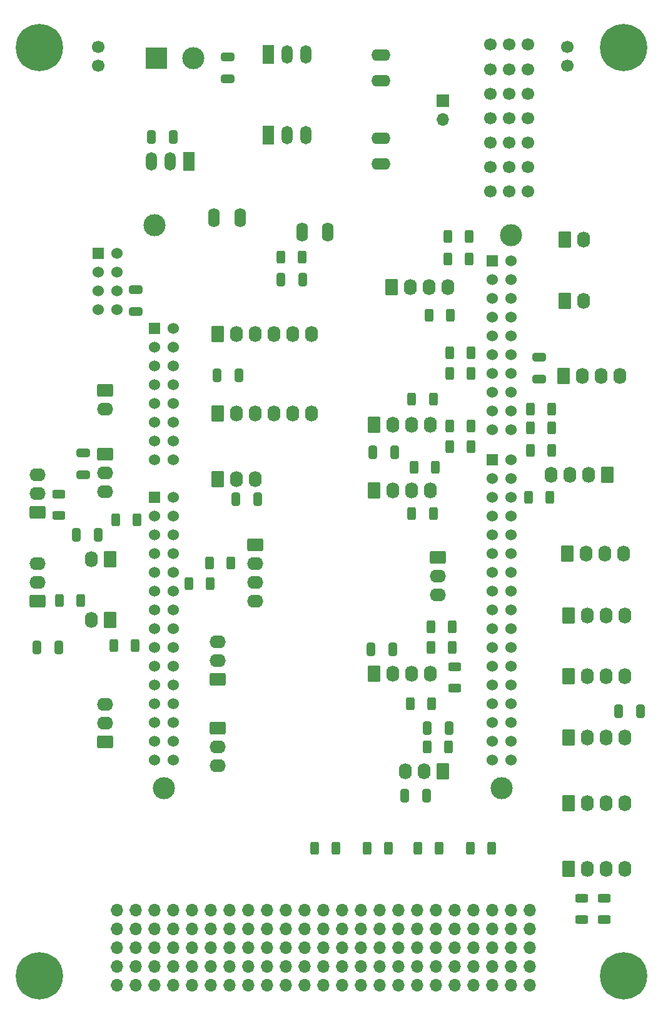
<source format=gbr>
%TF.GenerationSoftware,KiCad,Pcbnew,8.0.7-8.0.7-0~ubuntu22.04.1*%
%TF.CreationDate,2025-01-26T01:31:04+01:00*%
%TF.ProjectId,Electrobot_H755,456c6563-7472-46f6-926f-745f48373535,rev?*%
%TF.SameCoordinates,Original*%
%TF.FileFunction,Soldermask,Top*%
%TF.FilePolarity,Negative*%
%FSLAX46Y46*%
G04 Gerber Fmt 4.6, Leading zero omitted, Abs format (unit mm)*
G04 Created by KiCad (PCBNEW 8.0.7-8.0.7-0~ubuntu22.04.1) date 2025-01-26 01:31:04*
%MOMM*%
%LPD*%
G01*
G04 APERTURE LIST*
G04 Aperture macros list*
%AMRoundRect*
0 Rectangle with rounded corners*
0 $1 Rounding radius*
0 $2 $3 $4 $5 $6 $7 $8 $9 X,Y pos of 4 corners*
0 Add a 4 corners polygon primitive as box body*
4,1,4,$2,$3,$4,$5,$6,$7,$8,$9,$2,$3,0*
0 Add four circle primitives for the rounded corners*
1,1,$1+$1,$2,$3*
1,1,$1+$1,$4,$5*
1,1,$1+$1,$6,$7*
1,1,$1+$1,$8,$9*
0 Add four rect primitives between the rounded corners*
20,1,$1+$1,$2,$3,$4,$5,0*
20,1,$1+$1,$4,$5,$6,$7,0*
20,1,$1+$1,$6,$7,$8,$9,0*
20,1,$1+$1,$8,$9,$2,$3,0*%
G04 Aperture macros list end*
%ADD10RoundRect,0.250000X-0.325000X-0.650000X0.325000X-0.650000X0.325000X0.650000X-0.325000X0.650000X0*%
%ADD11O,1.700000X1.700000*%
%ADD12RoundRect,0.250000X0.312500X0.625000X-0.312500X0.625000X-0.312500X-0.625000X0.312500X-0.625000X0*%
%ADD13RoundRect,0.250000X-0.312500X-0.625000X0.312500X-0.625000X0.312500X0.625000X-0.312500X0.625000X0*%
%ADD14RoundRect,0.250000X0.325000X0.650000X-0.325000X0.650000X-0.325000X-0.650000X0.325000X-0.650000X0*%
%ADD15RoundRect,0.250000X0.650000X-0.325000X0.650000X0.325000X-0.650000X0.325000X-0.650000X-0.325000X0*%
%ADD16C,6.400000*%
%ADD17RoundRect,0.250000X-0.625000X0.312500X-0.625000X-0.312500X0.625000X-0.312500X0.625000X0.312500X0*%
%ADD18C,3.000000*%
%ADD19C,1.700000*%
%ADD20R,1.530000X1.530000*%
%ADD21C,1.530000*%
%ADD22RoundRect,0.250000X0.625000X-0.312500X0.625000X0.312500X-0.625000X0.312500X-0.625000X-0.312500X0*%
%ADD23RoundRect,0.250000X-0.650000X0.325000X-0.650000X-0.325000X0.650000X-0.325000X0.650000X0.325000X0*%
%ADD24RoundRect,0.250000X-0.620000X-0.845000X0.620000X-0.845000X0.620000X0.845000X-0.620000X0.845000X0*%
%ADD25O,1.740000X2.190000*%
%ADD26RoundRect,0.250000X-0.845000X0.620000X-0.845000X-0.620000X0.845000X-0.620000X0.845000X0.620000X0*%
%ADD27O,2.190000X1.740000*%
%ADD28RoundRect,0.250000X0.845000X-0.620000X0.845000X0.620000X-0.845000X0.620000X-0.845000X-0.620000X0*%
%ADD29R,1.500000X2.500000*%
%ADD30O,1.500000X2.500000*%
%ADD31O,2.600000X1.600000*%
%ADD32RoundRect,0.250000X0.620000X0.845000X-0.620000X0.845000X-0.620000X-0.845000X0.620000X-0.845000X0*%
%ADD33R,1.700000X1.700000*%
%ADD34R,3.000000X3.000000*%
%ADD35O,1.600000X2.600000*%
G04 APERTURE END LIST*
D10*
%TO.C,C18*%
X113333000Y-95504000D03*
X116283000Y-95504000D03*
%TD*%
D11*
%TO.C,*%
X86360000Y-165100000D03*
%TD*%
%TO.C,*%
X111760000Y-162560000D03*
%TD*%
%TO.C,*%
X127000000Y-165100000D03*
%TD*%
%TO.C,*%
X127000000Y-157480000D03*
%TD*%
D12*
%TO.C,R34*%
X137606500Y-95250000D03*
X134681500Y-95250000D03*
%TD*%
D10*
%TO.C,C3*%
X120699000Y-132842000D03*
X123649000Y-132842000D03*
%TD*%
D11*
%TO.C,*%
X99060000Y-162560000D03*
%TD*%
%TO.C,*%
X104140000Y-160020000D03*
%TD*%
%TO.C,*%
X99060000Y-165100000D03*
%TD*%
D10*
%TO.C,C1*%
X83361000Y-52832000D03*
X86311000Y-52832000D03*
%TD*%
D11*
%TO.C,*%
X93980000Y-167640000D03*
%TD*%
%TO.C,*%
X132080000Y-160020000D03*
%TD*%
%TO.C,*%
X88900000Y-160020000D03*
%TD*%
D12*
%TO.C,R15*%
X126684500Y-82042000D03*
X123759500Y-82042000D03*
%TD*%
D11*
%TO.C,*%
X86360000Y-167640000D03*
%TD*%
%TO.C,*%
X114300000Y-162560000D03*
%TD*%
%TO.C,*%
X106680000Y-160020000D03*
%TD*%
%TO.C,*%
X129540000Y-162560000D03*
%TD*%
%TO.C,*%
X106680000Y-167640000D03*
%TD*%
%TO.C,*%
X104140000Y-165100000D03*
%TD*%
D12*
%TO.C,R3*%
X121858500Y-97536000D03*
X118933500Y-97536000D03*
%TD*%
D11*
%TO.C,*%
X111760000Y-165100000D03*
%TD*%
%TO.C,*%
X116840000Y-165100000D03*
%TD*%
%TO.C,*%
X96520000Y-160020000D03*
%TD*%
%TO.C,*%
X91440000Y-157480000D03*
%TD*%
%TO.C,*%
X129540000Y-160020000D03*
%TD*%
%TO.C,*%
X83820000Y-162560000D03*
%TD*%
%TO.C,*%
X116840000Y-157480000D03*
%TD*%
D13*
%TO.C,R38*%
X134681500Y-89662000D03*
X137606500Y-89662000D03*
%TD*%
D14*
%TO.C,C13*%
X103837000Y-72136000D03*
X100887000Y-72136000D03*
%TD*%
D11*
%TO.C,*%
X91440000Y-165100000D03*
%TD*%
%TO.C,*%
X119380000Y-160020000D03*
%TD*%
%TO.C,*%
X124460000Y-160020000D03*
%TD*%
D15*
%TO.C,C8*%
X135890000Y-85549000D03*
X135890000Y-82599000D03*
%TD*%
D11*
%TO.C,*%
X132080000Y-167640000D03*
%TD*%
%TO.C,*%
X121920000Y-167640000D03*
%TD*%
D12*
%TO.C,R31*%
X81472500Y-104648000D03*
X78547500Y-104648000D03*
%TD*%
D11*
%TO.C,*%
X119380000Y-167640000D03*
%TD*%
%TO.C,*%
X124460000Y-162560000D03*
%TD*%
%TO.C,*%
X91440000Y-162560000D03*
%TD*%
%TO.C,*%
X99060000Y-160020000D03*
%TD*%
%TO.C,*%
X104140000Y-162560000D03*
%TD*%
%TO.C,*%
X104140000Y-157480000D03*
%TD*%
%TO.C,*%
X83820000Y-160020000D03*
%TD*%
%TO.C,*%
X88900000Y-165100000D03*
%TD*%
%TO.C,*%
X132080000Y-157480000D03*
%TD*%
%TO.C,*%
X109220000Y-167640000D03*
%TD*%
%TO.C,*%
X114300000Y-160020000D03*
%TD*%
%TO.C,*%
X116840000Y-160020000D03*
%TD*%
D13*
%TO.C,R5*%
X118643500Y-88293000D03*
X121568500Y-88293000D03*
%TD*%
D12*
%TO.C,R7*%
X126684500Y-84836000D03*
X123759500Y-84836000D03*
%TD*%
D11*
%TO.C,*%
X93980000Y-160020000D03*
%TD*%
D13*
%TO.C,R2*%
X134427500Y-101600000D03*
X137352500Y-101600000D03*
%TD*%
D11*
%TO.C,*%
X93980000Y-165100000D03*
%TD*%
%TO.C,*%
X119380000Y-157480000D03*
%TD*%
D12*
%TO.C,R13*%
X124144500Y-119126000D03*
X121219500Y-119126000D03*
%TD*%
%TO.C,R16*%
X126430500Y-66294000D03*
X123505500Y-66294000D03*
%TD*%
D14*
%TO.C,C20*%
X97741000Y-101854000D03*
X94791000Y-101854000D03*
%TD*%
D11*
%TO.C,*%
X83820000Y-165100000D03*
%TD*%
%TO.C,*%
X99060000Y-157480000D03*
%TD*%
%TO.C,*%
X86360000Y-162560000D03*
%TD*%
%TO.C,*%
X99060000Y-167640000D03*
%TD*%
%TO.C,*%
X96520000Y-162560000D03*
%TD*%
%TO.C,*%
X124460000Y-165100000D03*
%TD*%
D12*
%TO.C,R21*%
X115508500Y-149098000D03*
X112583500Y-149098000D03*
%TD*%
D11*
%TO.C,*%
X88900000Y-162560000D03*
%TD*%
D12*
%TO.C,R19*%
X129478500Y-149098000D03*
X126553500Y-149098000D03*
%TD*%
D16*
%TO.C,H2*%
X68235000Y-166370000D03*
%TD*%
D11*
%TO.C,*%
X83820000Y-167640000D03*
%TD*%
%TO.C,*%
X106680000Y-162560000D03*
%TD*%
D17*
%TO.C,R14*%
X124460000Y-124521500D03*
X124460000Y-127446500D03*
%TD*%
D13*
%TO.C,R12*%
X123505500Y-69342000D03*
X126430500Y-69342000D03*
%TD*%
D11*
%TO.C,*%
X121920000Y-157480000D03*
%TD*%
%TO.C,*%
X111760000Y-160020000D03*
%TD*%
%TO.C,*%
X101600000Y-165100000D03*
%TD*%
%TO.C,*%
X81280000Y-160020000D03*
%TD*%
%TO.C,*%
X91440000Y-167640000D03*
%TD*%
D16*
%TO.C,H4*%
X147320000Y-166370000D03*
%TD*%
%TO.C,H1*%
X68235000Y-40739000D03*
%TD*%
D11*
%TO.C,*%
X127000000Y-160020000D03*
%TD*%
%TO.C,*%
X109220000Y-160020000D03*
%TD*%
%TO.C,*%
X121920000Y-160020000D03*
%TD*%
%TO.C,*%
X83820000Y-157480000D03*
%TD*%
%TO.C,*%
X114300000Y-157480000D03*
%TD*%
D12*
%TO.C,R23*%
X123636500Y-135382000D03*
X120711500Y-135382000D03*
%TD*%
D11*
%TO.C,*%
X116840000Y-162560000D03*
%TD*%
%TO.C,*%
X81280000Y-165100000D03*
%TD*%
D12*
%TO.C,R8*%
X126684500Y-94742000D03*
X123759500Y-94742000D03*
%TD*%
D13*
%TO.C,R33*%
X88453500Y-113284000D03*
X91378500Y-113284000D03*
%TD*%
%TO.C,R10*%
X121219500Y-121920000D03*
X124144500Y-121920000D03*
%TD*%
D11*
%TO.C,*%
X101600000Y-162560000D03*
%TD*%
D18*
%TO.C,U1*%
X83820000Y-64770000D03*
X85090000Y-140970000D03*
X130800000Y-140980000D03*
X132100000Y-66080000D03*
D19*
X76200000Y-40640000D03*
X76200000Y-43180000D03*
X139700000Y-40640000D03*
X139700000Y-43180000D03*
D20*
X129540000Y-69591000D03*
D21*
X132080000Y-69591000D03*
X129540000Y-72131000D03*
X132080000Y-72131000D03*
X129540000Y-74671000D03*
X132080000Y-74671000D03*
X129540000Y-77211000D03*
X132080000Y-77211000D03*
X129540000Y-79751000D03*
X132080000Y-79751000D03*
X129540000Y-82291000D03*
X132080000Y-82291000D03*
X129540000Y-84831000D03*
X132080000Y-84831000D03*
X129540000Y-87371000D03*
X132080000Y-87371000D03*
X129540000Y-89911000D03*
X132080000Y-89911000D03*
X129540000Y-92451000D03*
X132080000Y-92451000D03*
D20*
X83820000Y-78735000D03*
D21*
X86360000Y-78735000D03*
X83820000Y-81275000D03*
X86360000Y-81275000D03*
X83820000Y-83815000D03*
X86360000Y-83815000D03*
X83820000Y-86355000D03*
X86360000Y-86355000D03*
X83820000Y-88895000D03*
X86360000Y-88895000D03*
X83820000Y-91435000D03*
X86360000Y-91435000D03*
X83820000Y-93975000D03*
X86360000Y-93975000D03*
X83820000Y-96515000D03*
X86360000Y-96515000D03*
D20*
X83820000Y-101595000D03*
D21*
X86360000Y-101595000D03*
X83820000Y-104135000D03*
X86360000Y-104135000D03*
X83820000Y-106675000D03*
X86360000Y-106675000D03*
X83820000Y-109215000D03*
X86360000Y-109215000D03*
X83820000Y-111755000D03*
X86360000Y-111755000D03*
X83820000Y-114295000D03*
X86360000Y-114295000D03*
X83820000Y-116835000D03*
X86360000Y-116835000D03*
X83820000Y-119375000D03*
X86360000Y-119375000D03*
X83820000Y-121915000D03*
X86360000Y-121915000D03*
X83820000Y-124455000D03*
X86360000Y-124455000D03*
X83820000Y-126995000D03*
X86360000Y-126995000D03*
X83820000Y-129535000D03*
X86360000Y-129535000D03*
X83820000Y-132075000D03*
X86360000Y-132075000D03*
X83820000Y-134615000D03*
X86360000Y-134615000D03*
X83820000Y-137155000D03*
X86360000Y-137155000D03*
D20*
X129540000Y-96515000D03*
D21*
X132080000Y-96515000D03*
X129540000Y-99055000D03*
X132080000Y-99055000D03*
X129540000Y-101595000D03*
X132080000Y-101595000D03*
X129540000Y-104135000D03*
X132080000Y-104135000D03*
X129540000Y-106675000D03*
X132080000Y-106675000D03*
X129540000Y-109215000D03*
X132080000Y-109215000D03*
X129540000Y-111755000D03*
X132080000Y-111755000D03*
X129540000Y-114295000D03*
X132080000Y-114295000D03*
X129540000Y-116835000D03*
X132080000Y-116835000D03*
X129540000Y-119375000D03*
X132080000Y-119375000D03*
X129540000Y-121915000D03*
X132080000Y-121915000D03*
X129540000Y-124455000D03*
X132080000Y-124455000D03*
X129540000Y-126995000D03*
X132080000Y-126995000D03*
X129540000Y-129535000D03*
X132080000Y-129535000D03*
X129540000Y-132075000D03*
X132080000Y-132075000D03*
X129540000Y-134615000D03*
X132080000Y-134615000D03*
X129540000Y-137155000D03*
X132080000Y-137155000D03*
D20*
X76200000Y-68575000D03*
D21*
X78740000Y-68575000D03*
X76200000Y-71115000D03*
X78740000Y-71115000D03*
X76200000Y-73655000D03*
X78740000Y-73655000D03*
X76200000Y-76195000D03*
X78740000Y-76195000D03*
%TD*%
D11*
%TO.C,*%
X134620000Y-167640000D03*
%TD*%
%TO.C,*%
X93980000Y-157480000D03*
%TD*%
%TO.C,*%
X124460000Y-157480000D03*
%TD*%
%TO.C,*%
X78740000Y-160020000D03*
%TD*%
%TO.C,*%
X132080000Y-162560000D03*
%TD*%
%TO.C,*%
X114300000Y-165100000D03*
%TD*%
%TO.C,*%
X124460000Y-167640000D03*
%TD*%
%TO.C,*%
X101600000Y-157480000D03*
%TD*%
D10*
%TO.C,C15*%
X146607000Y-130556000D03*
X149557000Y-130556000D03*
%TD*%
D13*
%TO.C,R11*%
X120965500Y-76962000D03*
X123890500Y-76962000D03*
%TD*%
%TO.C,R9*%
X118425500Y-129540000D03*
X121350500Y-129540000D03*
%TD*%
D11*
%TO.C,*%
X134620000Y-160020000D03*
%TD*%
D22*
%TO.C,R25*%
X70866000Y-104078500D03*
X70866000Y-101153500D03*
%TD*%
D14*
%TO.C,C6*%
X76151000Y-106680000D03*
X73201000Y-106680000D03*
%TD*%
D12*
%TO.C,R36*%
X108396500Y-149098000D03*
X105471500Y-149098000D03*
%TD*%
D23*
%TO.C,C5*%
X93726000Y-41959000D03*
X93726000Y-44909000D03*
%TD*%
D11*
%TO.C,*%
X78740000Y-157480000D03*
%TD*%
D14*
%TO.C,C9*%
X120601000Y-141986000D03*
X117651000Y-141986000D03*
%TD*%
D11*
%TO.C,*%
X86360000Y-160020000D03*
%TD*%
%TO.C,*%
X109220000Y-157480000D03*
%TD*%
%TO.C,*%
X81280000Y-162560000D03*
%TD*%
%TO.C,*%
X129540000Y-165100000D03*
%TD*%
%TO.C,*%
X78740000Y-162560000D03*
%TD*%
%TO.C,*%
X111760000Y-157480000D03*
%TD*%
D23*
%TO.C,C2*%
X74168000Y-95553000D03*
X74168000Y-98503000D03*
%TD*%
D11*
%TO.C,*%
X121920000Y-162560000D03*
%TD*%
%TO.C,*%
X114300000Y-167640000D03*
%TD*%
%TO.C,*%
X106680000Y-165100000D03*
%TD*%
%TO.C,*%
X129540000Y-167640000D03*
%TD*%
D12*
%TO.C,R35*%
X137606500Y-92202000D03*
X134681500Y-92202000D03*
%TD*%
D11*
%TO.C,*%
X109220000Y-165100000D03*
%TD*%
%TO.C,*%
X86360000Y-157480000D03*
%TD*%
%TO.C,*%
X88900000Y-167640000D03*
%TD*%
%TO.C,*%
X93980000Y-162560000D03*
%TD*%
%TO.C,*%
X91440000Y-160020000D03*
%TD*%
D13*
%TO.C,R27*%
X70927500Y-115570000D03*
X73852500Y-115570000D03*
%TD*%
D11*
%TO.C,*%
X134620000Y-165100000D03*
%TD*%
%TO.C,*%
X119380000Y-165100000D03*
%TD*%
%TO.C,*%
X119380000Y-162560000D03*
%TD*%
D22*
%TO.C,R18*%
X144653000Y-158754000D03*
X144653000Y-155829000D03*
%TD*%
D11*
%TO.C,*%
X127000000Y-162560000D03*
%TD*%
D13*
%TO.C,R6*%
X123759500Y-91948000D03*
X126684500Y-91948000D03*
%TD*%
D11*
%TO.C,*%
X121920000Y-165100000D03*
%TD*%
D13*
%TO.C,R1*%
X118643500Y-103787000D03*
X121568500Y-103787000D03*
%TD*%
D12*
%TO.C,R20*%
X122366500Y-149098000D03*
X119441500Y-149098000D03*
%TD*%
D11*
%TO.C,*%
X129540000Y-157480000D03*
%TD*%
%TO.C,*%
X104140000Y-167640000D03*
%TD*%
D10*
%TO.C,C7*%
X67867000Y-121920000D03*
X70817000Y-121920000D03*
%TD*%
D11*
%TO.C,*%
X96520000Y-165100000D03*
%TD*%
D10*
%TO.C,C19*%
X92251000Y-85090000D03*
X95201000Y-85090000D03*
%TD*%
D11*
%TO.C,*%
X127000000Y-167640000D03*
%TD*%
%TO.C,*%
X96520000Y-157480000D03*
%TD*%
%TO.C,*%
X134620000Y-157480000D03*
%TD*%
%TO.C,*%
X132080000Y-165100000D03*
%TD*%
D12*
%TO.C,R32*%
X94172500Y-110490000D03*
X91247500Y-110490000D03*
%TD*%
%TO.C,R30*%
X103824500Y-69088000D03*
X100899500Y-69088000D03*
%TD*%
D22*
%TO.C,R17*%
X141605000Y-158754000D03*
X141605000Y-155829000D03*
%TD*%
D11*
%TO.C,*%
X78740000Y-165100000D03*
%TD*%
%TO.C,*%
X101600000Y-160020000D03*
%TD*%
%TO.C,*%
X116840000Y-167640000D03*
%TD*%
%TO.C,*%
X81280000Y-157480000D03*
%TD*%
%TO.C,*%
X78740000Y-167640000D03*
%TD*%
D10*
%TO.C,C14*%
X113079000Y-122174000D03*
X116029000Y-122174000D03*
%TD*%
D16*
%TO.C,H3*%
X147320000Y-40739000D03*
%TD*%
D23*
%TO.C,C16*%
X81280000Y-73455000D03*
X81280000Y-76405000D03*
%TD*%
D11*
%TO.C,*%
X111760000Y-167640000D03*
%TD*%
%TO.C,*%
X109220000Y-162560000D03*
%TD*%
D12*
%TO.C,R4*%
X81218500Y-121666000D03*
X78293500Y-121666000D03*
%TD*%
D11*
%TO.C,*%
X81280000Y-167640000D03*
%TD*%
%TO.C,*%
X134620000Y-162560000D03*
%TD*%
%TO.C,*%
X101600000Y-167640000D03*
%TD*%
%TO.C,*%
X88900000Y-157480000D03*
%TD*%
%TO.C,*%
X96520000Y-167640000D03*
%TD*%
%TO.C,*%
X106680000Y-157480000D03*
%TD*%
D24*
%TO.C,J12*%
X139863000Y-151844000D03*
D25*
X142403000Y-151844000D03*
X144943000Y-151844000D03*
X147483000Y-151844000D03*
%TD*%
D24*
%TO.C,J10*%
X115860000Y-73104000D03*
D25*
X118400000Y-73104000D03*
X120940000Y-73104000D03*
X123480000Y-73104000D03*
%TD*%
D24*
%TO.C,J31*%
X92365000Y-99139000D03*
D25*
X94905000Y-99139000D03*
X97445000Y-99139000D03*
%TD*%
D26*
%TO.C,J4*%
X122174000Y-109728000D03*
D27*
X122174000Y-112268000D03*
X122174000Y-114808000D03*
%TD*%
D28*
%TO.C,J5*%
X77105000Y-134719000D03*
D27*
X77105000Y-132179000D03*
X77105000Y-129639000D03*
%TD*%
D28*
%TO.C,J2*%
X92345000Y-126238000D03*
D27*
X92345000Y-123698000D03*
X92345000Y-121158000D03*
%TD*%
D28*
%TO.C,J26*%
X67961000Y-115669000D03*
D27*
X67961000Y-113129000D03*
X67961000Y-110589000D03*
%TD*%
D24*
%TO.C,J30*%
X139355000Y-75009000D03*
D25*
X141895000Y-75009000D03*
%TD*%
D24*
%TO.C,J29*%
X139355000Y-66734000D03*
D25*
X141895000Y-66734000D03*
%TD*%
D29*
%TO.C,U4*%
X99242500Y-41669000D03*
D30*
X101782500Y-41669000D03*
X104322500Y-41669000D03*
%TD*%
D24*
%TO.C,J11*%
X139863000Y-125809000D03*
D25*
X142403000Y-125809000D03*
X144943000Y-125809000D03*
X147483000Y-125809000D03*
%TD*%
D24*
%TO.C,J34*%
X92365000Y-90269000D03*
D25*
X94905000Y-90269000D03*
X97445000Y-90269000D03*
X99985000Y-90269000D03*
X102525000Y-90269000D03*
X105065000Y-90269000D03*
%TD*%
D24*
%TO.C,J33*%
X92365000Y-79454000D03*
D25*
X94905000Y-79454000D03*
X97445000Y-79454000D03*
X99985000Y-79454000D03*
X102525000Y-79454000D03*
X105065000Y-79454000D03*
%TD*%
D31*
%TO.C,C11*%
X114482500Y-52959000D03*
X114482500Y-56459000D03*
%TD*%
D24*
%TO.C,J14*%
X139863000Y-117554000D03*
D25*
X142403000Y-117554000D03*
X144943000Y-117554000D03*
X147483000Y-117554000D03*
%TD*%
D26*
%TO.C,J36*%
X77145000Y-87094000D03*
D27*
X77145000Y-89634000D03*
%TD*%
D19*
%TO.C,J24*%
X129286000Y-40318000D03*
X131826000Y-40318000D03*
X134366000Y-40318000D03*
%TD*%
D24*
%TO.C,J13*%
X139863000Y-142954000D03*
D25*
X142403000Y-142954000D03*
X144943000Y-142954000D03*
X147483000Y-142954000D03*
%TD*%
D28*
%TO.C,J16*%
X67961000Y-103604000D03*
D27*
X67961000Y-101064000D03*
X67961000Y-98524000D03*
%TD*%
D19*
%TO.C,J21*%
X129286000Y-46990000D03*
X131826000Y-46990000D03*
X134366000Y-46990000D03*
%TD*%
D26*
%TO.C,J32*%
X77145000Y-95758000D03*
D27*
X77145000Y-98298000D03*
X77145000Y-100838000D03*
%TD*%
D19*
%TO.C,J25*%
X129282500Y-53594000D03*
X131822500Y-53594000D03*
X134362500Y-53594000D03*
%TD*%
%TO.C,J20*%
X129286000Y-56896000D03*
X131826000Y-56896000D03*
X134366000Y-56896000D03*
%TD*%
D24*
%TO.C,J17*%
X139192000Y-85189000D03*
D25*
X141732000Y-85189000D03*
X144272000Y-85189000D03*
X146812000Y-85189000D03*
%TD*%
D32*
%TO.C,J22*%
X145070000Y-98544000D03*
D25*
X142530000Y-98544000D03*
X139990000Y-98544000D03*
X137450000Y-98544000D03*
%TD*%
D29*
%TO.C,U2*%
X88447500Y-56134000D03*
D30*
X85907500Y-56134000D03*
X83367500Y-56134000D03*
%TD*%
D26*
%TO.C,J6*%
X97465000Y-108049000D03*
D27*
X97465000Y-110589000D03*
X97465000Y-113129000D03*
X97465000Y-115669000D03*
%TD*%
D33*
%TO.C,JP1*%
X122845000Y-47879000D03*
D11*
X122845000Y-50419000D03*
%TD*%
D24*
%TO.C,J35*%
X139863000Y-134064000D03*
D25*
X142403000Y-134064000D03*
X144943000Y-134064000D03*
X147483000Y-134064000D03*
%TD*%
D24*
%TO.C,J8*%
X113538000Y-91781000D03*
D25*
X116078000Y-91781000D03*
X118618000Y-91781000D03*
X121158000Y-91781000D03*
%TD*%
D19*
%TO.C,J23*%
X129286000Y-43654000D03*
X131826000Y-43654000D03*
X134366000Y-43654000D03*
%TD*%
%TO.C,J19*%
X129286000Y-50292000D03*
X131826000Y-50292000D03*
X134366000Y-50292000D03*
%TD*%
D24*
%TO.C,J7*%
X113538000Y-100671000D03*
D25*
X116078000Y-100671000D03*
X118618000Y-100671000D03*
X121158000Y-100671000D03*
%TD*%
D26*
%TO.C,J3*%
X92365000Y-132814000D03*
D27*
X92365000Y-135354000D03*
X92365000Y-137894000D03*
%TD*%
D34*
%TO.C,J1*%
X84042500Y-42164000D03*
D18*
X89042500Y-42164000D03*
%TD*%
D35*
%TO.C,C4*%
X103795000Y-65659000D03*
X107295000Y-65659000D03*
%TD*%
D31*
%TO.C,C12*%
X114482500Y-41684000D03*
X114482500Y-45184000D03*
%TD*%
D24*
%TO.C,J37*%
X139700000Y-109220000D03*
D25*
X142240000Y-109220000D03*
X144780000Y-109220000D03*
X147320000Y-109220000D03*
%TD*%
D32*
%TO.C,J15*%
X122845000Y-138656000D03*
D25*
X120305000Y-138656000D03*
X117765000Y-138656000D03*
%TD*%
D19*
%TO.C,J18*%
X129286000Y-60198000D03*
X131826000Y-60198000D03*
X134366000Y-60198000D03*
%TD*%
D29*
%TO.C,U3*%
X99242500Y-52546500D03*
D30*
X101782500Y-52546500D03*
X104322500Y-52546500D03*
%TD*%
D35*
%TO.C,C10*%
X91885000Y-63754000D03*
X95385000Y-63754000D03*
%TD*%
D24*
%TO.C,J9*%
X113538000Y-125456000D03*
D25*
X116078000Y-125456000D03*
X118618000Y-125456000D03*
X121158000Y-125456000D03*
%TD*%
D32*
%TO.C,J27*%
X77760000Y-118189000D03*
D25*
X75220000Y-118189000D03*
%TD*%
D32*
%TO.C,J28*%
X77760000Y-109954000D03*
D25*
X75220000Y-109954000D03*
%TD*%
M02*

</source>
